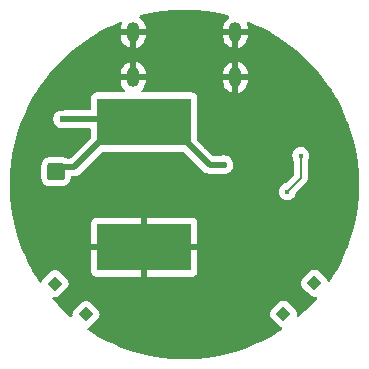
<source format=gbr>
%TF.GenerationSoftware,KiCad,Pcbnew,9.0.3*%
%TF.CreationDate,2025-07-22T22:17:19-05:00*%
%TF.ProjectId,openoshi-lightboard,6f70656e-6f73-4686-992d-6c6967687462,rev?*%
%TF.SameCoordinates,Original*%
%TF.FileFunction,Copper,L2,Bot*%
%TF.FilePolarity,Positive*%
%FSLAX46Y46*%
G04 Gerber Fmt 4.6, Leading zero omitted, Abs format (unit mm)*
G04 Created by KiCad (PCBNEW 9.0.3) date 2025-07-22 22:17:19*
%MOMM*%
%LPD*%
G01*
G04 APERTURE LIST*
G04 Aperture macros list*
%AMRotRect*
0 Rectangle, with rotation*
0 The origin of the aperture is its center*
0 $1 length*
0 $2 width*
0 $3 Rotation angle, in degrees counterclockwise*
0 Add horizontal line*
21,1,$1,$2,0,0,$3*%
G04 Aperture macros list end*
%TA.AperFunction,ComponentPad*%
%ADD10RotRect,0.914400X0.914400X135.000000*%
%TD*%
%TA.AperFunction,HeatsinkPad*%
%ADD11O,1.100000X1.700000*%
%TD*%
%TA.AperFunction,ComponentPad*%
%ADD12RotRect,0.914400X0.914400X225.000000*%
%TD*%
%TA.AperFunction,SMDPad,CuDef*%
%ADD13R,8.000000X4.000000*%
%TD*%
%TA.AperFunction,ViaPad*%
%ADD14C,0.600000*%
%TD*%
%TA.AperFunction,ViaPad*%
%ADD15C,0.450000*%
%TD*%
%TA.AperFunction,Conductor*%
%ADD16C,0.500000*%
%TD*%
%TA.AperFunction,Conductor*%
%ADD17C,0.150000*%
%TD*%
G04 APERTURE END LIST*
D10*
%TO.P,SW2,3*%
%TO.N,N/C*%
X141666312Y-110996944D03*
%TO.P,SW2,4*%
X139053057Y-108383689D03*
%TD*%
D11*
%TO.P,J1,S1,SHIELD*%
%TO.N,GND*%
X154320000Y-90900000D03*
X154320000Y-87100000D03*
X145680000Y-90900000D03*
X145680000Y-87100000D03*
%TD*%
D12*
%TO.P,SW1,3*%
%TO.N,N/C*%
X160996944Y-108333689D03*
%TO.P,SW1,4*%
X158383689Y-110946944D03*
%TD*%
D13*
%TO.P,TP4,1,1*%
%TO.N,GND*%
X146600000Y-105300000D03*
%TD*%
%TO.P,TP3,1,1*%
%TO.N,+BATT*%
X146600000Y-94700000D03*
%TD*%
D14*
%TO.N,GND*%
X139650000Y-93487500D03*
X149150000Y-108750000D03*
X150200000Y-112950000D03*
X139500000Y-106900000D03*
X157100000Y-91350000D03*
X153950000Y-108750000D03*
X146700000Y-108750000D03*
X139650000Y-97250000D03*
X154300000Y-100900000D03*
X151700000Y-94600000D03*
X159050000Y-91300000D03*
X163150000Y-100050000D03*
X158600000Y-103400000D03*
X157050000Y-110400000D03*
X143250000Y-102450000D03*
X148750000Y-87650000D03*
X141600000Y-89837500D03*
X145200000Y-102500000D03*
X136400000Y-100050000D03*
X151450000Y-87650000D03*
X151900000Y-96750000D03*
X151550000Y-108750000D03*
X156675001Y-96788172D03*
%TO.N,+BATT*%
X139500000Y-99250000D03*
X139500000Y-98550000D03*
X138750000Y-98550000D03*
X139700000Y-94437500D03*
X138750000Y-99250000D03*
X153325000Y-98325000D03*
D15*
%TO.N,Net-(U1-PD1)*%
X158700000Y-100600000D03*
X159850000Y-97550000D03*
%TD*%
D16*
%TO.N,+BATT*%
X139500000Y-98550000D02*
X140650000Y-98550000D01*
X146600000Y-94700000D02*
X146337500Y-94437500D01*
X146337500Y-94437500D02*
X139700000Y-94437500D01*
X146600000Y-94700000D02*
X148500000Y-94700000D01*
X152125000Y-98325000D02*
X153325000Y-98325000D01*
X148500000Y-94700000D02*
X152125000Y-98325000D01*
X140650000Y-98550000D02*
X144500000Y-94700000D01*
X144500000Y-94700000D02*
X146600000Y-94700000D01*
D17*
%TO.N,Net-(U1-PD1)*%
X159850000Y-99450000D02*
X159850000Y-97550000D01*
X158700000Y-100600000D02*
X159850000Y-99450000D01*
%TD*%
%TA.AperFunction,Conductor*%
%TO.N,GND*%
G36*
X150366230Y-85205105D02*
G01*
X151085717Y-85240452D01*
X151091719Y-85240895D01*
X151808600Y-85311501D01*
X151814612Y-85312243D01*
X152527156Y-85417939D01*
X152533141Y-85418979D01*
X153239608Y-85559503D01*
X153245512Y-85560828D01*
X153729924Y-85682167D01*
X153790169Y-85717550D01*
X153821722Y-85779889D01*
X153814564Y-85849391D01*
X153770966Y-85903990D01*
X153768683Y-85905552D01*
X153650664Y-85984410D01*
X153650660Y-85984413D01*
X153504413Y-86130660D01*
X153504410Y-86130664D01*
X153389505Y-86302631D01*
X153389500Y-86302641D01*
X153310350Y-86493725D01*
X153310348Y-86493733D01*
X153270000Y-86696579D01*
X153270000Y-86850000D01*
X154020000Y-86850000D01*
X154020000Y-87350000D01*
X153270000Y-87350000D01*
X153270000Y-87503420D01*
X153310348Y-87706266D01*
X153310350Y-87706274D01*
X153389500Y-87897358D01*
X153389505Y-87897368D01*
X153504410Y-88069335D01*
X153504413Y-88069339D01*
X153650660Y-88215586D01*
X153650664Y-88215589D01*
X153822631Y-88330494D01*
X153822641Y-88330499D01*
X154013723Y-88409648D01*
X154013725Y-88409649D01*
X154070000Y-88420842D01*
X154070000Y-87566988D01*
X154079940Y-87584205D01*
X154135795Y-87640060D01*
X154204204Y-87679556D01*
X154280504Y-87700000D01*
X154359496Y-87700000D01*
X154435796Y-87679556D01*
X154504205Y-87640060D01*
X154560060Y-87584205D01*
X154570000Y-87566988D01*
X154570000Y-88420842D01*
X154626274Y-88409649D01*
X154626276Y-88409648D01*
X154817358Y-88330499D01*
X154817368Y-88330494D01*
X154989335Y-88215589D01*
X154989339Y-88215586D01*
X155135586Y-88069339D01*
X155135589Y-88069335D01*
X155250494Y-87897368D01*
X155250499Y-87897358D01*
X155329649Y-87706274D01*
X155329651Y-87706266D01*
X155369999Y-87503420D01*
X155370000Y-87503417D01*
X155370000Y-87350000D01*
X154620000Y-87350000D01*
X154620000Y-86850000D01*
X155370000Y-86850000D01*
X155370000Y-86696583D01*
X155369999Y-86696579D01*
X155329651Y-86493733D01*
X155329650Y-86493729D01*
X155294134Y-86407986D01*
X155286665Y-86338516D01*
X155317940Y-86276037D01*
X155378028Y-86240384D01*
X155447853Y-86242877D01*
X155456134Y-86245965D01*
X155994561Y-86468990D01*
X156000104Y-86471446D01*
X156611265Y-86760504D01*
X156651283Y-86779431D01*
X156656719Y-86782168D01*
X157291959Y-87121711D01*
X157297249Y-87124707D01*
X157915108Y-87495038D01*
X157920202Y-87498264D01*
X158519135Y-87898458D01*
X158524111Y-87901962D01*
X159102682Y-88331059D01*
X159107480Y-88334804D01*
X159664279Y-88791758D01*
X159668887Y-88795733D01*
X160202602Y-89279463D01*
X160207010Y-89283660D01*
X160716339Y-89792989D01*
X160720536Y-89797397D01*
X161204266Y-90331112D01*
X161208241Y-90335720D01*
X161665195Y-90892519D01*
X161668940Y-90897317D01*
X162098037Y-91475888D01*
X162101541Y-91480864D01*
X162204127Y-91634395D01*
X162458833Y-92015589D01*
X162501720Y-92079773D01*
X162504968Y-92084902D01*
X162659339Y-92342454D01*
X162875288Y-92702744D01*
X162878288Y-92708040D01*
X163217831Y-93343280D01*
X163220568Y-93348716D01*
X163528548Y-93999885D01*
X163531014Y-94005449D01*
X163806666Y-94670931D01*
X163808856Y-94676610D01*
X164051510Y-95354784D01*
X164053420Y-95360563D01*
X164262520Y-96049873D01*
X164264143Y-96055738D01*
X164439167Y-96754470D01*
X164440500Y-96760409D01*
X164581019Y-97466852D01*
X164582060Y-97472848D01*
X164687754Y-98185373D01*
X164688499Y-98191414D01*
X164759101Y-98908246D01*
X164759549Y-98914316D01*
X164794894Y-99633769D01*
X164795043Y-99639853D01*
X164795043Y-100360146D01*
X164794894Y-100366230D01*
X164759549Y-101085683D01*
X164759101Y-101091753D01*
X164688499Y-101808585D01*
X164687754Y-101814626D01*
X164582060Y-102527151D01*
X164581019Y-102533147D01*
X164440500Y-103239590D01*
X164439167Y-103245529D01*
X164264143Y-103944261D01*
X164262520Y-103950126D01*
X164053420Y-104639436D01*
X164051510Y-104645215D01*
X163808856Y-105323389D01*
X163806666Y-105329068D01*
X163531014Y-105994550D01*
X163528548Y-106000114D01*
X163220568Y-106651283D01*
X163217831Y-106656719D01*
X162878288Y-107291959D01*
X162875288Y-107297255D01*
X162504976Y-107915083D01*
X162501720Y-107920225D01*
X162330147Y-108177001D01*
X162276535Y-108221806D01*
X162207210Y-108230513D01*
X162144182Y-108200358D01*
X162114251Y-108159622D01*
X162068899Y-108060316D01*
X162068896Y-108060311D01*
X162031283Y-108013635D01*
X162031276Y-108013627D01*
X161317007Y-107299361D01*
X161317000Y-107299354D01*
X161270317Y-107261734D01*
X161248882Y-107251945D01*
X161139399Y-107201945D01*
X161139401Y-107201945D01*
X160996944Y-107181464D01*
X160854487Y-107201945D01*
X160723571Y-107261733D01*
X160723566Y-107261736D01*
X160676890Y-107299349D01*
X160676882Y-107299356D01*
X159962616Y-108013625D01*
X159962610Y-108013631D01*
X159962609Y-108013633D01*
X159943799Y-108036974D01*
X159924988Y-108060317D01*
X159924987Y-108060319D01*
X159865200Y-108191232D01*
X159844719Y-108333689D01*
X159865200Y-108476145D01*
X159924988Y-108607061D01*
X159924991Y-108607066D01*
X159962604Y-108653742D01*
X159962611Y-108653750D01*
X160413983Y-109105120D01*
X160676888Y-109368024D01*
X160723571Y-109405644D01*
X160854487Y-109465432D01*
X160854486Y-109465432D01*
X160874968Y-109468376D01*
X160996944Y-109485914D01*
X161085389Y-109473197D01*
X161154545Y-109483140D01*
X161207349Y-109528895D01*
X161227034Y-109595934D01*
X161207350Y-109662974D01*
X161194912Y-109679208D01*
X160720536Y-110202602D01*
X160716339Y-110207010D01*
X160207010Y-110716339D01*
X160202602Y-110720536D01*
X159728434Y-111150296D01*
X159665542Y-111180732D01*
X159596179Y-111172333D01*
X159542367Y-111127768D01*
X159521192Y-111061184D01*
X159522422Y-111040782D01*
X159535914Y-110946944D01*
X159515432Y-110804487D01*
X159455644Y-110673571D01*
X159455641Y-110673566D01*
X159418028Y-110626890D01*
X159418021Y-110626882D01*
X158703752Y-109912616D01*
X158703745Y-109912609D01*
X158657062Y-109874989D01*
X158635627Y-109865200D01*
X158526144Y-109815200D01*
X158526146Y-109815200D01*
X158383689Y-109794719D01*
X158241232Y-109815200D01*
X158110316Y-109874988D01*
X158110311Y-109874991D01*
X158063635Y-109912604D01*
X158063627Y-109912611D01*
X157349361Y-110626880D01*
X157349355Y-110626886D01*
X157349354Y-110626888D01*
X157330544Y-110650229D01*
X157311733Y-110673572D01*
X157311732Y-110673574D01*
X157251945Y-110804487D01*
X157231464Y-110946944D01*
X157251945Y-111089400D01*
X157311733Y-111220316D01*
X157311736Y-111220321D01*
X157349349Y-111266997D01*
X157349356Y-111267005D01*
X157749486Y-111667133D01*
X158063633Y-111981279D01*
X158110316Y-112018899D01*
X158110320Y-112018900D01*
X158110322Y-112018902D01*
X158224371Y-112070987D01*
X158277175Y-112116742D01*
X158296860Y-112183781D01*
X158277175Y-112250820D01*
X158241751Y-112286883D01*
X157920226Y-112501720D01*
X157915084Y-112504976D01*
X157297255Y-112875288D01*
X157291959Y-112878288D01*
X156656719Y-113217831D01*
X156651283Y-113220568D01*
X156000114Y-113528548D01*
X155994550Y-113531014D01*
X155329068Y-113806666D01*
X155323389Y-113808856D01*
X154645215Y-114051510D01*
X154639436Y-114053420D01*
X153950126Y-114262520D01*
X153944261Y-114264143D01*
X153245529Y-114439167D01*
X153239590Y-114440500D01*
X152533147Y-114581019D01*
X152527151Y-114582060D01*
X151814626Y-114687754D01*
X151808585Y-114688499D01*
X151091753Y-114759101D01*
X151085683Y-114759549D01*
X150366231Y-114794894D01*
X150360147Y-114795043D01*
X149639853Y-114795043D01*
X149633769Y-114794894D01*
X148914316Y-114759549D01*
X148908246Y-114759101D01*
X148191414Y-114688499D01*
X148185373Y-114687754D01*
X147472848Y-114582060D01*
X147466852Y-114581019D01*
X146760409Y-114440500D01*
X146754470Y-114439167D01*
X146055738Y-114264143D01*
X146049873Y-114262520D01*
X145360563Y-114053420D01*
X145354784Y-114051510D01*
X144676610Y-113808856D01*
X144670931Y-113806666D01*
X144005449Y-113531014D01*
X143999885Y-113528548D01*
X143348716Y-113220568D01*
X143343280Y-113217831D01*
X142708040Y-112878288D01*
X142702744Y-112875288D01*
X142489570Y-112747516D01*
X142084902Y-112504968D01*
X142079787Y-112501728D01*
X141822997Y-112330147D01*
X141778192Y-112276535D01*
X141769485Y-112207210D01*
X141799640Y-112144182D01*
X141840369Y-112114255D01*
X141939685Y-112068899D01*
X141986368Y-112031281D01*
X142700647Y-111317000D01*
X142738267Y-111270317D01*
X142798055Y-111139401D01*
X142818537Y-110996944D01*
X142798055Y-110854487D01*
X142738267Y-110723571D01*
X142738264Y-110723566D01*
X142700651Y-110676890D01*
X142700644Y-110676882D01*
X141986375Y-109962616D01*
X141986368Y-109962609D01*
X141939685Y-109924989D01*
X141912592Y-109912616D01*
X141808767Y-109865200D01*
X141808769Y-109865200D01*
X141666312Y-109844719D01*
X141523855Y-109865200D01*
X141392939Y-109924988D01*
X141392934Y-109924991D01*
X141346258Y-109962604D01*
X141346250Y-109962611D01*
X140631984Y-110676880D01*
X140631978Y-110676886D01*
X140631977Y-110676888D01*
X140613167Y-110700229D01*
X140594356Y-110723572D01*
X140594355Y-110723574D01*
X140534568Y-110854487D01*
X140514087Y-110996944D01*
X140526803Y-111085388D01*
X140516859Y-111154547D01*
X140471104Y-111207351D01*
X140404064Y-111227035D01*
X140337025Y-111207350D01*
X140320792Y-111194913D01*
X139797397Y-110720536D01*
X139792989Y-110716339D01*
X139283660Y-110207010D01*
X139279463Y-110202602D01*
X138849703Y-109728434D01*
X138819267Y-109665542D01*
X138827666Y-109596179D01*
X138872231Y-109542367D01*
X138938815Y-109521192D01*
X138959221Y-109522422D01*
X139053057Y-109535914D01*
X139195514Y-109515432D01*
X139326430Y-109455644D01*
X139373113Y-109418026D01*
X140087392Y-108703745D01*
X140125012Y-108657062D01*
X140184800Y-108526146D01*
X140205282Y-108383689D01*
X140184800Y-108241232D01*
X140125012Y-108110316D01*
X140125009Y-108110311D01*
X140087396Y-108063635D01*
X140087389Y-108063627D01*
X139373120Y-107349361D01*
X139373113Y-107349354D01*
X139371239Y-107347844D01*
X142100000Y-107347844D01*
X142106401Y-107407372D01*
X142106403Y-107407379D01*
X142156645Y-107542086D01*
X142156649Y-107542093D01*
X142242809Y-107657187D01*
X142242812Y-107657190D01*
X142357906Y-107743350D01*
X142357913Y-107743354D01*
X142492620Y-107793596D01*
X142492627Y-107793598D01*
X142552155Y-107799999D01*
X142552172Y-107800000D01*
X146350000Y-107800000D01*
X146850000Y-107800000D01*
X150647828Y-107800000D01*
X150647844Y-107799999D01*
X150707372Y-107793598D01*
X150707379Y-107793596D01*
X150842086Y-107743354D01*
X150842093Y-107743350D01*
X150957187Y-107657190D01*
X150957190Y-107657187D01*
X151043350Y-107542093D01*
X151043354Y-107542086D01*
X151093596Y-107407379D01*
X151093598Y-107407372D01*
X151099999Y-107347844D01*
X151100000Y-107347827D01*
X151100000Y-105550000D01*
X146850000Y-105550000D01*
X146850000Y-107800000D01*
X146350000Y-107800000D01*
X146350000Y-105550000D01*
X142100000Y-105550000D01*
X142100000Y-107347844D01*
X139371239Y-107347844D01*
X139326430Y-107311734D01*
X139299337Y-107299361D01*
X139195512Y-107251945D01*
X139195514Y-107251945D01*
X139053057Y-107231464D01*
X138910600Y-107251945D01*
X138779684Y-107311733D01*
X138779679Y-107311736D01*
X138733003Y-107349349D01*
X138732995Y-107349356D01*
X138018729Y-108063625D01*
X138018723Y-108063631D01*
X138018722Y-108063633D01*
X137999912Y-108086974D01*
X137981101Y-108110317D01*
X137981100Y-108110319D01*
X137929013Y-108224373D01*
X137883258Y-108277177D01*
X137816219Y-108296861D01*
X137749179Y-108277176D01*
X137713117Y-108241752D01*
X137625296Y-108110319D01*
X137498264Y-107920202D01*
X137495038Y-107915108D01*
X137124707Y-107297249D01*
X137121711Y-107291959D01*
X137105556Y-107261736D01*
X136782167Y-106656717D01*
X136779431Y-106651283D01*
X136471451Y-106000114D01*
X136468985Y-105994550D01*
X136283227Y-105546091D01*
X136193333Y-105329068D01*
X136191143Y-105323389D01*
X135948489Y-104645215D01*
X135946579Y-104639436D01*
X135737479Y-103950126D01*
X135735856Y-103944261D01*
X135562492Y-103252155D01*
X142100000Y-103252155D01*
X142100000Y-105050000D01*
X146350000Y-105050000D01*
X146850000Y-105050000D01*
X151100000Y-105050000D01*
X151100000Y-103252172D01*
X151099999Y-103252155D01*
X151093598Y-103192627D01*
X151093596Y-103192620D01*
X151043354Y-103057913D01*
X151043350Y-103057906D01*
X150957190Y-102942812D01*
X150957187Y-102942809D01*
X150842093Y-102856649D01*
X150842086Y-102856645D01*
X150707379Y-102806403D01*
X150707372Y-102806401D01*
X150647844Y-102800000D01*
X146850000Y-102800000D01*
X146850000Y-105050000D01*
X146350000Y-105050000D01*
X146350000Y-102800000D01*
X142552155Y-102800000D01*
X142492627Y-102806401D01*
X142492620Y-102806403D01*
X142357913Y-102856645D01*
X142357906Y-102856649D01*
X142242812Y-102942809D01*
X142242809Y-102942812D01*
X142156649Y-103057906D01*
X142156645Y-103057913D01*
X142106403Y-103192620D01*
X142106401Y-103192627D01*
X142100000Y-103252155D01*
X135562492Y-103252155D01*
X135560830Y-103245520D01*
X135559499Y-103239590D01*
X135550156Y-103192620D01*
X135418979Y-102533141D01*
X135417939Y-102527151D01*
X135312245Y-101814626D01*
X135311500Y-101808585D01*
X135240895Y-101091719D01*
X135240452Y-101085717D01*
X135220101Y-100671457D01*
X157974499Y-100671457D01*
X158002379Y-100811614D01*
X158002381Y-100811620D01*
X158057069Y-100943650D01*
X158057074Y-100943659D01*
X158136467Y-101062478D01*
X158136470Y-101062482D01*
X158237517Y-101163529D01*
X158237521Y-101163532D01*
X158356340Y-101242925D01*
X158356346Y-101242928D01*
X158356347Y-101242929D01*
X158488380Y-101297619D01*
X158488384Y-101297619D01*
X158488385Y-101297620D01*
X158628542Y-101325500D01*
X158628545Y-101325500D01*
X158771457Y-101325500D01*
X158865751Y-101306742D01*
X158911620Y-101297619D01*
X159043653Y-101242929D01*
X159162479Y-101163532D01*
X159263532Y-101062479D01*
X159342929Y-100943653D01*
X159397619Y-100811620D01*
X159413959Y-100729471D01*
X159446341Y-100667564D01*
X159447834Y-100666044D01*
X160310515Y-99803365D01*
X160378588Y-99685459D01*
X160386281Y-99672135D01*
X160425500Y-99525766D01*
X160425500Y-98032181D01*
X160445185Y-97965142D01*
X160446360Y-97963347D01*
X160492929Y-97893653D01*
X160547619Y-97761620D01*
X160559237Y-97703213D01*
X160575500Y-97621457D01*
X160575500Y-97478542D01*
X160547620Y-97338385D01*
X160547619Y-97338384D01*
X160547619Y-97338380D01*
X160505318Y-97236258D01*
X160492930Y-97206349D01*
X160492925Y-97206340D01*
X160413532Y-97087521D01*
X160413529Y-97087517D01*
X160312482Y-96986470D01*
X160312478Y-96986467D01*
X160193659Y-96907074D01*
X160193650Y-96907069D01*
X160061620Y-96852381D01*
X160061614Y-96852379D01*
X159921457Y-96824500D01*
X159921455Y-96824500D01*
X159778545Y-96824500D01*
X159778543Y-96824500D01*
X159638385Y-96852379D01*
X159638379Y-96852381D01*
X159506349Y-96907069D01*
X159506340Y-96907074D01*
X159387521Y-96986467D01*
X159387517Y-96986470D01*
X159286470Y-97087517D01*
X159286467Y-97087521D01*
X159207074Y-97206340D01*
X159207069Y-97206349D01*
X159152381Y-97338379D01*
X159152379Y-97338385D01*
X159124500Y-97478542D01*
X159124500Y-97478545D01*
X159124500Y-97621455D01*
X159124500Y-97621457D01*
X159124499Y-97621457D01*
X159152379Y-97761614D01*
X159152381Y-97761620D01*
X159207069Y-97893650D01*
X159207070Y-97893652D01*
X159207071Y-97893653D01*
X159253602Y-97963292D01*
X159274480Y-98029967D01*
X159274500Y-98032181D01*
X159274500Y-99160257D01*
X159254815Y-99227296D01*
X159238181Y-99247938D01*
X158634014Y-99852104D01*
X158572691Y-99885589D01*
X158570525Y-99886040D01*
X158488385Y-99902379D01*
X158488381Y-99902380D01*
X158356349Y-99957069D01*
X158356340Y-99957074D01*
X158237521Y-100036467D01*
X158237517Y-100036470D01*
X158136470Y-100137517D01*
X158136467Y-100137521D01*
X158057074Y-100256340D01*
X158057069Y-100256349D01*
X158002381Y-100388379D01*
X158002379Y-100388385D01*
X157974500Y-100528542D01*
X157974500Y-100528545D01*
X157974500Y-100671455D01*
X157974500Y-100671457D01*
X157974499Y-100671457D01*
X135220101Y-100671457D01*
X135205106Y-100366230D01*
X135204957Y-100360146D01*
X135204957Y-99639853D01*
X135205106Y-99633769D01*
X135220928Y-99311706D01*
X135240452Y-98914279D01*
X135240895Y-98908283D01*
X135298442Y-98324000D01*
X137894500Y-98324000D01*
X137894500Y-99476000D01*
X137894501Y-99476009D01*
X137906052Y-99583450D01*
X137906054Y-99583462D01*
X137917260Y-99634972D01*
X137951383Y-99737497D01*
X137951386Y-99737503D01*
X138029171Y-99858537D01*
X138029179Y-99858548D01*
X138074923Y-99911340D01*
X138074926Y-99911343D01*
X138074930Y-99911347D01*
X138183664Y-100005567D01*
X138183667Y-100005568D01*
X138183668Y-100005569D01*
X138277925Y-100048616D01*
X138314541Y-100065338D01*
X138381580Y-100085023D01*
X138381584Y-100085024D01*
X138524000Y-100105500D01*
X138524003Y-100105500D01*
X139725990Y-100105500D01*
X139726000Y-100105500D01*
X139833456Y-100093947D01*
X139884967Y-100082741D01*
X139919197Y-100071347D01*
X139987497Y-100048616D01*
X139987501Y-100048613D01*
X139987504Y-100048613D01*
X140108543Y-99970825D01*
X140161347Y-99925070D01*
X140255567Y-99816336D01*
X140315338Y-99685459D01*
X140335023Y-99618420D01*
X140335024Y-99618416D01*
X140355500Y-99476000D01*
X140355500Y-99424500D01*
X140375185Y-99357461D01*
X140427989Y-99311706D01*
X140479500Y-99300500D01*
X140723920Y-99300500D01*
X140821462Y-99281096D01*
X140868913Y-99271658D01*
X141005495Y-99215084D01*
X141071235Y-99171158D01*
X141128416Y-99132952D01*
X143024548Y-97236817D01*
X143085871Y-97203333D01*
X143112229Y-97200499D01*
X149887769Y-97200499D01*
X149954808Y-97220184D01*
X149975450Y-97236818D01*
X151646580Y-98907948D01*
X151646584Y-98907951D01*
X151769498Y-98990080D01*
X151769511Y-98990087D01*
X151876469Y-99034390D01*
X151906087Y-99046658D01*
X151906091Y-99046658D01*
X151906092Y-99046659D01*
X152051079Y-99075500D01*
X152051082Y-99075500D01*
X152198917Y-99075500D01*
X153020396Y-99075500D01*
X153067844Y-99084937D01*
X153091503Y-99094737D01*
X153091508Y-99094738D01*
X153091511Y-99094739D01*
X153246153Y-99125499D01*
X153246156Y-99125500D01*
X153246158Y-99125500D01*
X153403844Y-99125500D01*
X153403845Y-99125499D01*
X153558497Y-99094737D01*
X153704179Y-99034394D01*
X153835289Y-98946789D01*
X153946789Y-98835289D01*
X154034394Y-98704179D01*
X154094737Y-98558497D01*
X154125500Y-98403842D01*
X154125500Y-98246158D01*
X154125500Y-98246155D01*
X154125499Y-98246153D01*
X154112655Y-98181582D01*
X154094737Y-98091503D01*
X154041630Y-97963290D01*
X154034397Y-97945827D01*
X154034390Y-97945814D01*
X153946789Y-97814711D01*
X153946786Y-97814707D01*
X153835292Y-97703213D01*
X153835288Y-97703210D01*
X153704185Y-97615609D01*
X153704172Y-97615602D01*
X153558501Y-97555264D01*
X153558489Y-97555261D01*
X153403845Y-97524500D01*
X153403842Y-97524500D01*
X153246158Y-97524500D01*
X153246155Y-97524500D01*
X153091511Y-97555260D01*
X153091506Y-97555262D01*
X153091504Y-97555262D01*
X153091503Y-97555263D01*
X153067844Y-97565062D01*
X153020396Y-97574500D01*
X152487229Y-97574500D01*
X152420190Y-97554815D01*
X152399548Y-97538181D01*
X151136818Y-96275451D01*
X151103333Y-96214128D01*
X151100499Y-96187770D01*
X151100499Y-92652129D01*
X151100498Y-92652123D01*
X151100497Y-92652116D01*
X151094091Y-92592517D01*
X151043796Y-92457669D01*
X151043795Y-92457668D01*
X151043793Y-92457664D01*
X150957547Y-92342455D01*
X150957544Y-92342452D01*
X150842335Y-92256206D01*
X150842328Y-92256202D01*
X150707482Y-92205908D01*
X150707483Y-92205908D01*
X150647883Y-92199501D01*
X150647881Y-92199500D01*
X150647873Y-92199500D01*
X150647865Y-92199500D01*
X146464788Y-92199500D01*
X146397749Y-92179815D01*
X146351994Y-92127011D01*
X146342050Y-92057853D01*
X146371075Y-91994297D01*
X146377107Y-91987819D01*
X146495586Y-91869339D01*
X146495589Y-91869335D01*
X146610494Y-91697368D01*
X146610499Y-91697358D01*
X146689649Y-91506274D01*
X146689651Y-91506266D01*
X146729999Y-91303420D01*
X146730000Y-91303417D01*
X146730000Y-91150000D01*
X145980000Y-91150000D01*
X145980000Y-90650000D01*
X146730000Y-90650000D01*
X146730000Y-90496583D01*
X146729999Y-90496579D01*
X153270000Y-90496579D01*
X153270000Y-90650000D01*
X154020000Y-90650000D01*
X154020000Y-91150000D01*
X153270000Y-91150000D01*
X153270000Y-91303420D01*
X153310348Y-91506266D01*
X153310350Y-91506274D01*
X153389500Y-91697358D01*
X153389505Y-91697368D01*
X153504410Y-91869335D01*
X153504413Y-91869339D01*
X153650660Y-92015586D01*
X153650664Y-92015589D01*
X153822631Y-92130494D01*
X153822641Y-92130499D01*
X154013723Y-92209648D01*
X154013725Y-92209649D01*
X154070000Y-92220842D01*
X154070000Y-91366988D01*
X154079940Y-91384205D01*
X154135795Y-91440060D01*
X154204204Y-91479556D01*
X154280504Y-91500000D01*
X154359496Y-91500000D01*
X154435796Y-91479556D01*
X154504205Y-91440060D01*
X154560060Y-91384205D01*
X154570000Y-91366988D01*
X154570000Y-92220842D01*
X154626274Y-92209649D01*
X154626276Y-92209648D01*
X154817358Y-92130499D01*
X154817368Y-92130494D01*
X154989335Y-92015589D01*
X154989339Y-92015586D01*
X155135586Y-91869339D01*
X155135589Y-91869335D01*
X155250494Y-91697368D01*
X155250499Y-91697358D01*
X155329649Y-91506274D01*
X155329651Y-91506266D01*
X155369999Y-91303420D01*
X155370000Y-91303417D01*
X155370000Y-91150000D01*
X154620000Y-91150000D01*
X154620000Y-90650000D01*
X155370000Y-90650000D01*
X155370000Y-90496583D01*
X155369999Y-90496579D01*
X155329651Y-90293733D01*
X155329649Y-90293725D01*
X155250499Y-90102641D01*
X155250494Y-90102631D01*
X155135589Y-89930664D01*
X155135586Y-89930660D01*
X154989339Y-89784413D01*
X154989335Y-89784410D01*
X154817368Y-89669505D01*
X154817358Y-89669500D01*
X154626272Y-89590349D01*
X154626267Y-89590347D01*
X154570000Y-89579155D01*
X154570000Y-90433011D01*
X154560060Y-90415795D01*
X154504205Y-90359940D01*
X154435796Y-90320444D01*
X154359496Y-90300000D01*
X154280504Y-90300000D01*
X154204204Y-90320444D01*
X154135795Y-90359940D01*
X154079940Y-90415795D01*
X154070000Y-90433011D01*
X154070000Y-89579156D01*
X154069999Y-89579155D01*
X154013732Y-89590347D01*
X154013727Y-89590349D01*
X153822641Y-89669500D01*
X153822631Y-89669505D01*
X153650664Y-89784410D01*
X153650660Y-89784413D01*
X153504413Y-89930660D01*
X153504410Y-89930664D01*
X153389505Y-90102631D01*
X153389500Y-90102641D01*
X153310350Y-90293725D01*
X153310348Y-90293733D01*
X153270000Y-90496579D01*
X146729999Y-90496579D01*
X146689651Y-90293733D01*
X146689649Y-90293725D01*
X146610499Y-90102641D01*
X146610494Y-90102631D01*
X146495589Y-89930664D01*
X146495586Y-89930660D01*
X146349339Y-89784413D01*
X146349335Y-89784410D01*
X146177368Y-89669505D01*
X146177358Y-89669500D01*
X145986272Y-89590349D01*
X145986267Y-89590347D01*
X145930000Y-89579155D01*
X145930000Y-90433011D01*
X145920060Y-90415795D01*
X145864205Y-90359940D01*
X145795796Y-90320444D01*
X145719496Y-90300000D01*
X145640504Y-90300000D01*
X145564204Y-90320444D01*
X145495795Y-90359940D01*
X145439940Y-90415795D01*
X145430000Y-90433011D01*
X145430000Y-89579156D01*
X145429999Y-89579155D01*
X145373732Y-89590347D01*
X145373727Y-89590349D01*
X145182641Y-89669500D01*
X145182631Y-89669505D01*
X145010664Y-89784410D01*
X145010660Y-89784413D01*
X144864413Y-89930660D01*
X144864410Y-89930664D01*
X144749505Y-90102631D01*
X144749500Y-90102641D01*
X144670350Y-90293725D01*
X144670348Y-90293733D01*
X144630000Y-90496579D01*
X144630000Y-90650000D01*
X145380000Y-90650000D01*
X145380000Y-91150000D01*
X144630000Y-91150000D01*
X144630000Y-91303420D01*
X144670348Y-91506266D01*
X144670350Y-91506274D01*
X144749500Y-91697358D01*
X144749505Y-91697368D01*
X144864410Y-91869335D01*
X144864413Y-91869339D01*
X144982893Y-91987819D01*
X145016378Y-92049142D01*
X145011394Y-92118834D01*
X144969522Y-92174767D01*
X144904058Y-92199184D01*
X144895212Y-92199500D01*
X142552129Y-92199500D01*
X142552123Y-92199501D01*
X142492516Y-92205908D01*
X142357671Y-92256202D01*
X142357664Y-92256206D01*
X142242455Y-92342452D01*
X142242452Y-92342455D01*
X142156206Y-92457664D01*
X142156202Y-92457671D01*
X142105908Y-92592517D01*
X142099501Y-92652116D01*
X142099501Y-92652123D01*
X142099500Y-92652135D01*
X142099500Y-93563000D01*
X142079815Y-93630039D01*
X142027011Y-93675794D01*
X141975500Y-93687000D01*
X140004604Y-93687000D01*
X139957155Y-93677562D01*
X139933497Y-93667763D01*
X139933493Y-93667762D01*
X139933488Y-93667760D01*
X139778845Y-93637000D01*
X139778842Y-93637000D01*
X139621158Y-93637000D01*
X139621155Y-93637000D01*
X139466510Y-93667761D01*
X139466498Y-93667764D01*
X139320827Y-93728102D01*
X139320814Y-93728109D01*
X139189711Y-93815710D01*
X139189707Y-93815713D01*
X139078213Y-93927207D01*
X139078210Y-93927211D01*
X138990609Y-94058314D01*
X138990602Y-94058327D01*
X138930264Y-94203998D01*
X138930261Y-94204010D01*
X138899500Y-94358653D01*
X138899500Y-94516346D01*
X138930261Y-94670989D01*
X138930264Y-94671001D01*
X138990602Y-94816672D01*
X138990609Y-94816685D01*
X139078210Y-94947788D01*
X139078213Y-94947792D01*
X139189707Y-95059286D01*
X139189711Y-95059289D01*
X139320814Y-95146890D01*
X139320827Y-95146897D01*
X139420060Y-95188000D01*
X139466503Y-95207237D01*
X139583172Y-95230444D01*
X139621153Y-95237999D01*
X139621156Y-95238000D01*
X139621158Y-95238000D01*
X139778844Y-95238000D01*
X139778845Y-95237999D01*
X139855152Y-95222820D01*
X139933488Y-95207239D01*
X139933489Y-95207238D01*
X139933497Y-95207237D01*
X139957155Y-95197437D01*
X140004604Y-95188000D01*
X141975501Y-95188000D01*
X142042540Y-95207685D01*
X142088295Y-95260489D01*
X142099501Y-95312000D01*
X142099500Y-95987768D01*
X142079815Y-96054808D01*
X142063181Y-96075449D01*
X140375451Y-97763181D01*
X140348523Y-97777884D01*
X140322705Y-97794477D01*
X140316504Y-97795368D01*
X140314128Y-97796666D01*
X140287770Y-97799500D01*
X140104406Y-97799500D01*
X140052894Y-97788294D01*
X139972072Y-97751383D01*
X139935462Y-97734663D01*
X139868417Y-97714976D01*
X139806347Y-97706052D01*
X139726000Y-97694500D01*
X138524000Y-97694500D01*
X138523991Y-97694500D01*
X138523990Y-97694501D01*
X138416549Y-97706052D01*
X138416537Y-97706054D01*
X138365027Y-97717260D01*
X138262502Y-97751383D01*
X138262496Y-97751386D01*
X138141462Y-97829171D01*
X138141451Y-97829179D01*
X138088659Y-97874923D01*
X137994433Y-97983664D01*
X137994430Y-97983668D01*
X137934664Y-98114534D01*
X137914976Y-98181582D01*
X137905692Y-98246155D01*
X137894500Y-98324000D01*
X135298442Y-98324000D01*
X135311502Y-98191394D01*
X135312245Y-98185373D01*
X135312808Y-98181584D01*
X135417940Y-97472836D01*
X135418980Y-97466852D01*
X135432176Y-97400511D01*
X135559504Y-96760382D01*
X135560826Y-96754496D01*
X135735859Y-96055726D01*
X135737479Y-96049873D01*
X135740738Y-96039131D01*
X135946585Y-95360544D01*
X135948482Y-95354804D01*
X136191151Y-94676588D01*
X136193324Y-94670952D01*
X136468996Y-94005423D01*
X136471439Y-93999910D01*
X136779440Y-93348697D01*
X136782158Y-93343298D01*
X137121724Y-92708015D01*
X137124697Y-92702767D01*
X137495049Y-92084872D01*
X137498251Y-92079815D01*
X137898474Y-91480840D01*
X137901945Y-91475911D01*
X138331071Y-90897301D01*
X138334791Y-90892534D01*
X138791769Y-90335706D01*
X138795720Y-90331126D01*
X139279481Y-89797377D01*
X139283640Y-89793009D01*
X139793009Y-89283640D01*
X139797377Y-89279481D01*
X140331126Y-88795720D01*
X140335706Y-88791769D01*
X140892534Y-88334791D01*
X140897301Y-88331071D01*
X141475911Y-87901945D01*
X141480840Y-87898474D01*
X142079815Y-87498251D01*
X142084872Y-87495049D01*
X142702767Y-87124697D01*
X142708015Y-87121724D01*
X143343298Y-86782158D01*
X143348697Y-86779440D01*
X143999910Y-86471439D01*
X144005423Y-86468996D01*
X144543854Y-86245970D01*
X144613320Y-86238502D01*
X144675800Y-86269777D01*
X144711452Y-86329866D01*
X144708958Y-86399691D01*
X144705865Y-86407984D01*
X144670351Y-86493721D01*
X144670348Y-86493733D01*
X144630000Y-86696579D01*
X144630000Y-86850000D01*
X145380000Y-86850000D01*
X145380000Y-87350000D01*
X144630000Y-87350000D01*
X144630000Y-87503420D01*
X144670348Y-87706266D01*
X144670350Y-87706274D01*
X144749500Y-87897358D01*
X144749505Y-87897368D01*
X144864410Y-88069335D01*
X144864413Y-88069339D01*
X145010660Y-88215586D01*
X145010664Y-88215589D01*
X145182631Y-88330494D01*
X145182641Y-88330499D01*
X145373723Y-88409648D01*
X145373725Y-88409649D01*
X145430000Y-88420842D01*
X145430000Y-87566988D01*
X145439940Y-87584205D01*
X145495795Y-87640060D01*
X145564204Y-87679556D01*
X145640504Y-87700000D01*
X145719496Y-87700000D01*
X145795796Y-87679556D01*
X145864205Y-87640060D01*
X145920060Y-87584205D01*
X145930000Y-87566988D01*
X145930000Y-88420842D01*
X145986274Y-88409649D01*
X145986276Y-88409648D01*
X146177358Y-88330499D01*
X146177368Y-88330494D01*
X146349335Y-88215589D01*
X146349339Y-88215586D01*
X146495586Y-88069339D01*
X146495589Y-88069335D01*
X146610494Y-87897368D01*
X146610499Y-87897358D01*
X146689649Y-87706274D01*
X146689651Y-87706266D01*
X146729999Y-87503420D01*
X146730000Y-87503417D01*
X146730000Y-87350000D01*
X145980000Y-87350000D01*
X145980000Y-86850000D01*
X146730000Y-86850000D01*
X146730000Y-86696583D01*
X146729999Y-86696579D01*
X146689651Y-86493733D01*
X146689649Y-86493725D01*
X146610499Y-86302641D01*
X146610494Y-86302631D01*
X146495589Y-86130664D01*
X146495586Y-86130660D01*
X146349339Y-85984413D01*
X146349335Y-85984410D01*
X146231316Y-85905552D01*
X146186511Y-85851940D01*
X146177804Y-85782615D01*
X146207958Y-85719587D01*
X146267402Y-85682868D01*
X146269987Y-85682189D01*
X146754496Y-85560826D01*
X146760382Y-85559504D01*
X147466865Y-85418977D01*
X147472836Y-85417940D01*
X148185392Y-85312242D01*
X148191394Y-85311502D01*
X148908283Y-85240895D01*
X148914279Y-85240452D01*
X149633769Y-85205105D01*
X149639853Y-85204957D01*
X150360147Y-85204957D01*
X150366230Y-85205105D01*
G37*
%TD.AperFunction*%
%TD*%
%TA.AperFunction,Conductor*%
%TO.N,+BATT*%
G36*
X139793039Y-98219685D02*
G01*
X139838794Y-98272489D01*
X139850000Y-98324000D01*
X139850000Y-99476000D01*
X139830315Y-99543039D01*
X139777511Y-99588794D01*
X139726000Y-99600000D01*
X138524000Y-99600000D01*
X138456961Y-99580315D01*
X138411206Y-99527511D01*
X138400000Y-99476000D01*
X138400000Y-98324000D01*
X138419685Y-98256961D01*
X138472489Y-98211206D01*
X138524000Y-98200000D01*
X139726000Y-98200000D01*
X139793039Y-98219685D01*
G37*
%TD.AperFunction*%
%TD*%
M02*

</source>
